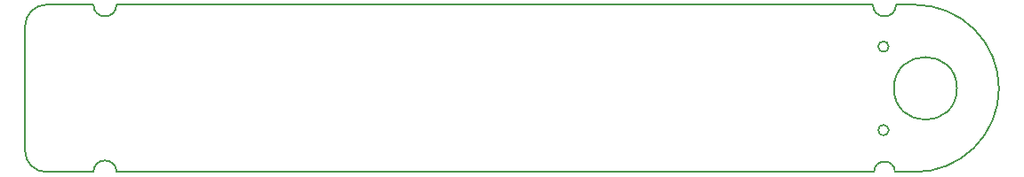
<source format=gko>
G04 #@! TF.GenerationSoftware,KiCad,Pcbnew,(5.1.5-0-10_14)*
G04 #@! TF.CreationDate,2020-01-18T12:46:20-08:00*
G04 #@! TF.ProjectId,14500,31343530-302e-46b6-9963-61645f706362,rev?*
G04 #@! TF.SameCoordinates,Original*
G04 #@! TF.FileFunction,Profile,NP*
%FSLAX46Y46*%
G04 Gerber Fmt 4.6, Leading zero omitted, Abs format (unit mm)*
G04 Created by KiCad (PCBNEW (5.1.5-0-10_14)) date 2020-01-18 12:46:20*
%MOMM*%
%LPD*%
G04 APERTURE LIST*
%ADD10C,0.150000*%
G04 APERTURE END LIST*
D10*
X142849999Y-91999845D02*
X141050000Y-92000000D01*
X141050000Y-92000000D02*
G75*
G02X138850000Y-92000000I-1100000J0D01*
G01*
X138950000Y-108000000D02*
G75*
G02X140950000Y-108000000I1000000J0D01*
G01*
X140350000Y-104000000D02*
G75*
G03X140350000Y-104000000I-500000J0D01*
G01*
X140350000Y-96000000D02*
G75*
G03X140350000Y-96000000I-500000J0D01*
G01*
X64600000Y-108000000D02*
X60100000Y-108000000D01*
X64600000Y-108000000D02*
G75*
G02X66800000Y-108000000I1100000J0D01*
G01*
X64600000Y-92000000D02*
X60100000Y-92000000D01*
X66800000Y-92000000D02*
G75*
G02X64600000Y-92000000I-1100000J0D01*
G01*
X140950000Y-108000000D02*
X142800001Y-107999999D01*
X142849999Y-91999845D02*
G75*
G02X142800001Y-107999999I1J-8000155D01*
G01*
X146850000Y-100000000D02*
G75*
G03X146850000Y-100000000I-3000000J0D01*
G01*
X60100000Y-108000000D02*
G75*
G02X58100000Y-106000000I0J2000000D01*
G01*
X58100000Y-94000000D02*
G75*
G02X60100000Y-92000000I2000000J0D01*
G01*
X58100000Y-94000000D02*
X58100000Y-106000000D01*
X66800000Y-108000000D02*
X138950000Y-108000000D01*
X66800000Y-92000000D02*
X138850000Y-92000000D01*
M02*

</source>
